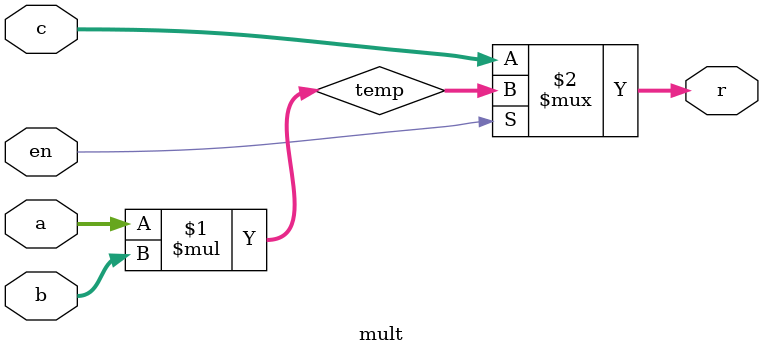
<source format=v>

module mult(a,b,c,r,en);
input [7:0] a,b;
output [15:0] r;
input [15:0] c;
input en;
wire [15:0] temp;
assign temp = a*b;
assign r = en ? temp : c;
endmodule 
</source>
